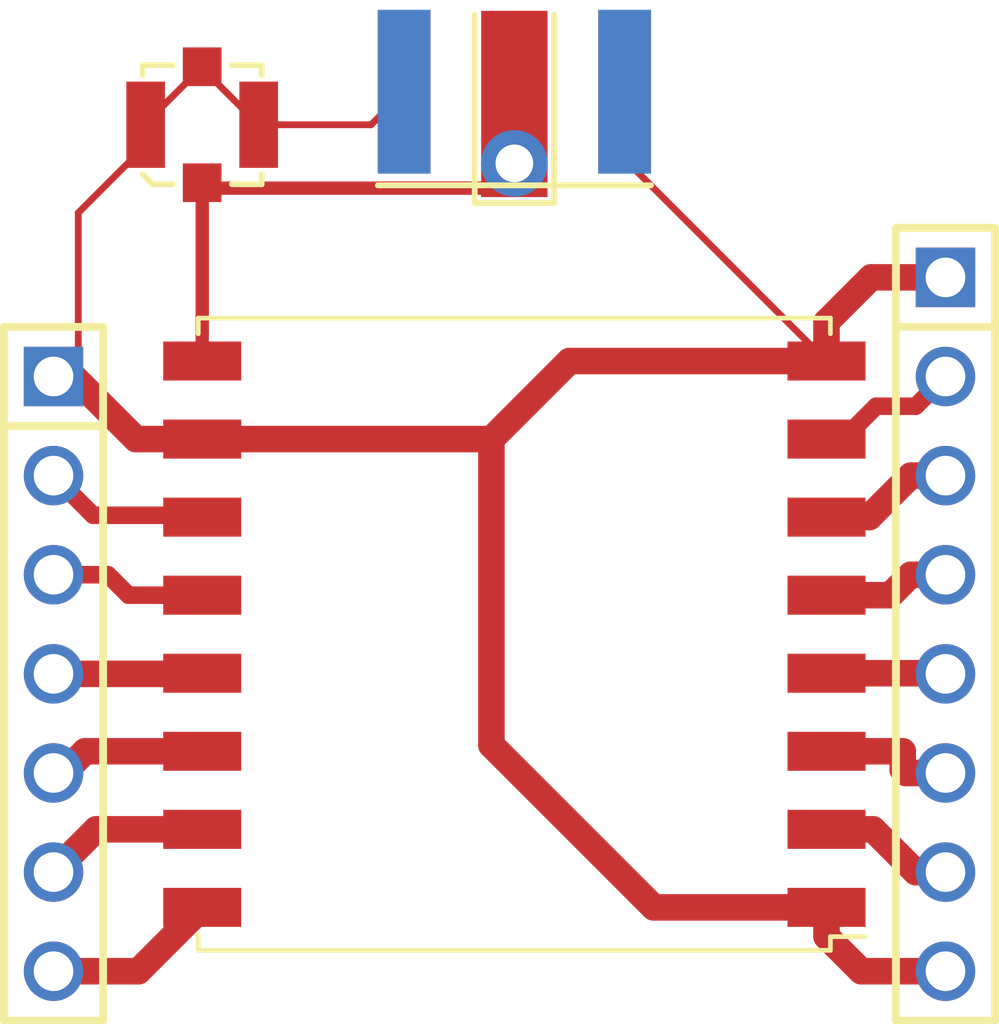
<source format=kicad_pcb>
(kicad_pcb (version 20171130) (host pcbnew "(5.1.9)-1")

  (general
    (thickness 1.6)
    (drawings 0)
    (tracks 63)
    (zones 0)
    (modules 6)
    (nets 15)
  )

  (page A4)
  (layers
    (0 F.Cu signal)
    (31 B.Cu signal)
    (32 B.Adhes user hide)
    (33 F.Adhes user hide)
    (34 B.Paste user hide)
    (35 F.Paste user hide)
    (36 B.SilkS user hide)
    (37 F.SilkS user hide)
    (38 B.Mask user hide)
    (39 F.Mask user hide)
    (40 Dwgs.User user)
    (41 Cmts.User user hide)
    (42 Eco1.User user hide)
    (43 Eco2.User user hide)
    (44 Edge.Cuts user)
    (45 Margin user hide)
    (46 B.CrtYd user hide)
    (47 F.CrtYd user)
    (48 B.Fab user hide)
    (49 F.Fab user hide)
  )

  (setup
    (last_trace_width 0.45)
    (user_trace_width 0.174244)
    (user_trace_width 0.45)
    (user_trace_width 0.68)
    (trace_clearance 0.2)
    (zone_clearance 0.508)
    (zone_45_only no)
    (trace_min 0.2)
    (via_size 0.8)
    (via_drill 0.4)
    (via_min_size 0.4)
    (via_min_drill 0.3)
    (uvia_size 0.3)
    (uvia_drill 0.1)
    (uvias_allowed no)
    (uvia_min_size 0.2)
    (uvia_min_drill 0.1)
    (edge_width 0.05)
    (segment_width 0.2)
    (pcb_text_width 0.3)
    (pcb_text_size 1.5 1.5)
    (mod_edge_width 0.12)
    (mod_text_size 1 1)
    (mod_text_width 0.15)
    (pad_size 2 1)
    (pad_drill 0)
    (pad_to_mask_clearance 0)
    (aux_axis_origin 0 0)
    (visible_elements 7FFFFFFF)
    (pcbplotparams
      (layerselection 0x010fc_ffffffff)
      (usegerberextensions false)
      (usegerberattributes true)
      (usegerberadvancedattributes true)
      (creategerberjobfile true)
      (excludeedgelayer true)
      (linewidth 0.100000)
      (plotframeref false)
      (viasonmask false)
      (mode 1)
      (useauxorigin false)
      (hpglpennumber 1)
      (hpglpenspeed 20)
      (hpglpendiameter 15.000000)
      (psnegative false)
      (psa4output false)
      (plotreference true)
      (plotvalue true)
      (plotinvisibletext false)
      (padsonsilk false)
      (subtractmaskfromsilk false)
      (outputformat 1)
      (mirror false)
      (drillshape 1)
      (scaleselection 1)
      (outputdirectory ""))
  )

  (net 0 "")
  (net 1 /DIO2)
  (net 2 /DIO1)
  (net 3 /3V3)
  (net 4 /DIO0)
  (net 5 "Net-(P1-Pad3)")
  (net 6 "Net-(P1-Pad2)")
  (net 7 /GND)
  (net 8 /MOSI)
  (net 9 /NSS)
  (net 10 /RST)
  (net 11 "Net-(P2-Pad2)")
  (net 12 /MISO)
  (net 13 /SCK)
  (net 14 "Net-(U1-Pad9)")

  (net_class Default "This is the default net class."
    (clearance 0.2)
    (trace_width 0.25)
    (via_dia 0.8)
    (via_drill 0.4)
    (uvia_dia 0.3)
    (uvia_drill 0.1)
    (add_net /3V3)
    (add_net /DIO0)
    (add_net /DIO1)
    (add_net /DIO2)
    (add_net /GND)
    (add_net /MISO)
    (add_net /MOSI)
    (add_net /NSS)
    (add_net /RST)
    (add_net /SCK)
    (add_net "Net-(P1-Pad2)")
    (add_net "Net-(P1-Pad3)")
    (add_net "Net-(P2-Pad2)")
    (add_net "Net-(U1-Pad9)")
  )

  (module Connector:U.FL-R-SMT (layer F.Cu) (tedit 60247CCA) (tstamp 602479C4)
    (at 124.333 93.2434)
    (path /561159A2)
    (attr smd)
    (fp_text reference J1 (at 1.524 2.5146) (layer F.SilkS) hide
      (effects (font (size 1.016 1.016) (thickness 0.2032)))
    )
    (fp_text value u.FL (at 0 3.81) (layer F.Fab) hide
      (effects (font (size 1.016 1.016) (thickness 0.2032)))
    )
    (fp_line (start 1.524 1.27) (end 1.524 1.524) (layer F.SilkS) (width 0.15))
    (fp_line (start -1.524 -1.524) (end -1.524 -1.27) (layer F.SilkS) (width 0.15))
    (fp_line (start 1.524 -1.524) (end 1.524 -1.27) (layer F.SilkS) (width 0.15))
    (fp_line (start -1.27 1.524) (end -0.762 1.524) (layer F.SilkS) (width 0.15))
    (fp_line (start -1.524 1.27) (end -1.27 1.524) (layer F.SilkS) (width 0.15))
    (fp_line (start -1.524 -1.524) (end -0.762 -1.524) (layer F.SilkS) (width 0.15))
    (fp_line (start 0.762 1.524) (end 1.524 1.524) (layer F.SilkS) (width 0.15))
    (fp_line (start 0.762 -1.524) (end 1.524 -1.524) (layer F.SilkS) (width 0.15))
    (pad 3 smd rect (at 0 -1.4859) (size 0.9906 0.9906) (layers F.Cu F.Paste F.Mask)
      (net 7 /GND))
    (pad 2 smd rect (at -1.4478 0) (size 0.9906 2.2098) (layers F.Cu F.Paste F.Mask)
      (net 7 /GND))
    (pad 4 smd rect (at 1.4478 0) (size 0.9906 2.2098) (layers F.Cu F.Paste F.Mask)
      (net 7 /GND))
    (pad 1 smd rect (at 0 1.4859) (size 0.9906 0.9906) (layers F.Cu F.Paste F.Mask))
    (model C:/Engineering/KiCAD_Libraries/3D/Connectors/RF/VRML/UFL-R-SMT.wrl_
      (at (xyz 0 0 0))
      (scale (xyz 1 1 1))
      (rotate (xyz 0 0 0))
    )
  )

  (module Passive:ANTENNA_HELICAL_RA (layer F.Cu) (tedit 5AC91881) (tstamp 6024E84E)
    (at 132.334 94.234)
    (path /56130BF5)
    (fp_text reference AE1 (at 0 1.778) (layer F.SilkS) hide
      (effects (font (size 1.016 1.016) (thickness 0.2032)))
    )
    (fp_text value Antenna_Helical_RA (at 0 1.778) (layer F.SilkS) hide
      (effects (font (size 1.016 1.016) (thickness 0.2032)))
    )
    (fp_line (start 1.016 1.016) (end 1.016 -3.81) (layer F.SilkS) (width 0.15))
    (fp_line (start -1.016 -3.81) (end -1.016 1.016) (layer F.SilkS) (width 0.15))
    (fp_line (start -1.016 1.016) (end 1.016 1.016) (layer F.SilkS) (width 0.15))
    (pad 1 smd rect (at 0 -1.524) (size 1.7018 4.7752) (layers F.Cu F.Mask))
    (pad 1 thru_hole circle (at 0 0) (size 1.7018 1.7018) (drill 0.9652) (layers *.Cu *.Mask))
    (model C:/Engineering/KiCAD_Libraries/3D/Discrete/Passive/Antenna/VRML/SW868-TH13.wrl_
      (at (xyz 0 0 0))
      (scale (xyz 1 1 1))
      (rotate (xyz 0 0 0))
    )
  )

  (module Connector:SMA_EDGE (layer F.Cu) (tedit 60247C92) (tstamp 60247C98)
    (at 132.334 90.297 270)
    (path /561309D6)
    (fp_text reference J2 (at 1.143 4.572) (layer F.SilkS) hide
      (effects (font (size 1.016 1.016) (thickness 0.2032)))
    )
    (fp_text value SMA (at 2.1 4.5 270) (layer F.Fab)
      (effects (font (size 1.016 1.016) (thickness 0.2032)))
    )
    (fp_line (start 0.2 -3.8) (end 1.2 -4.7) (layer F.Fab) (width 0.127))
    (fp_line (start 0.2 -3.8) (end 0.7 -4) (layer F.Fab) (width 0.127))
    (fp_line (start 0.2 -3.8) (end 0.4 -4.2) (layer F.Fab) (width 0.127))
    (fp_line (start 0 -3.5) (end 0 3.5) (layer F.Fab) (width 0.127))
    (fp_line (start 4.5 -3.5) (end 4.5 3.5) (layer F.SilkS) (width 0.15))
    (fp_text user "PCB Edge" (at 3.1 -5 270) (layer F.Fab) hide
      (effects (font (size 0.5 0.5) (thickness 0.1)))
    )
    (pad 1 connect rect (at 1.9 0 270) (size 3.6 1.27) (layers F.Cu F.Mask))
    (pad 3 connect rect (at 2.1 2.825 270) (size 4.199999 1.35) (layers F.Cu F.Mask)
      (net 7 /GND))
    (pad 2 connect rect (at 2.1 -2.825 270) (size 4.199999 1.35) (layers F.Cu F.Mask)
      (net 7 /GND))
    (pad "" connect rect (at 2.1 -2.825 270) (size 4.2 1.35) (layers B.Cu B.Mask))
    (pad "" connect rect (at 2.1 2.825 270) (size 4.2 1.35) (layers B.Cu B.Mask))
    (model C:/Engineering/KiCAD_Libraries/3D/Connectors/RF/VRML/SMA_EDGE.wrl
      (at (xyz 0 0 0))
      (scale (xyz 1 1 1))
      (rotate (xyz 0 0 0))
    )
  )

  (module Header:HEADER_M_2.54MM_1R7P_ST_AU_PTH (layer F.Cu) (tedit 5483E3A0) (tstamp 6024E41D)
    (at 120.523 107.315 270)
    (tags Header)
    (path /60249194)
    (fp_text reference P1 (at 0 2.54 90) (layer F.SilkS) hide
      (effects (font (size 1.016 1.016) (thickness 0.127)))
    )
    (fp_text value H1 (at 0 -2.54 90) (layer F.SilkS) hide
      (effects (font (size 1.016 1.016) (thickness 0.127)))
    )
    (fp_line (start 3.81 1.27) (end 8.89 1.27) (layer F.SilkS) (width 0.2032))
    (fp_line (start 3.81 -1.27) (end 8.89 -1.27) (layer F.SilkS) (width 0.2032))
    (fp_line (start -1.27 1.27) (end 3.81 1.27) (layer F.SilkS) (width 0.2032))
    (fp_line (start -1.27 -1.27) (end 3.81 -1.27) (layer F.SilkS) (width 0.2032))
    (fp_line (start -6.35 -1.27) (end -6.35 1.27) (layer F.SilkS) (width 0.2032))
    (fp_line (start -8.89 -1.27) (end -8.89 1.27) (layer F.SilkS) (width 0.2032))
    (fp_line (start -8.89 1.27) (end -1.27 1.27) (layer F.SilkS) (width 0.2032))
    (fp_line (start 8.89 1.27) (end 8.89 -1.27) (layer F.SilkS) (width 0.2032))
    (fp_line (start -1.27 -1.27) (end -8.89 -1.27) (layer F.SilkS) (width 0.2032))
    (pad 7 thru_hole circle (at 7.62 0 270) (size 1.524 1.524) (drill 1.016) (layers *.Cu *.Mask)
      (net 1 /DIO2))
    (pad 6 thru_hole circle (at 5.08 0 270) (size 1.524 1.524) (drill 1.016) (layers *.Cu *.Mask)
      (net 2 /DIO1))
    (pad 4 thru_hole circle (at 0 0 270) (size 1.524 1.524) (drill 1.016) (layers *.Cu *.Mask)
      (net 3 /3V3))
    (pad 5 thru_hole circle (at 2.54 0 270) (size 1.524 1.524) (drill 1.016) (layers *.Cu *.Mask)
      (net 4 /DIO0))
    (pad 3 thru_hole circle (at -2.54 0 270) (size 1.524 1.524) (drill 1.016) (layers *.Cu *.Mask)
      (net 5 "Net-(P1-Pad3)"))
    (pad 2 thru_hole circle (at -5.08 0 270) (size 1.524 1.524) (drill 1.016) (layers *.Cu *.Mask)
      (net 6 "Net-(P1-Pad2)"))
    (pad 1 thru_hole rect (at -7.62 0 270) (size 1.524 1.524) (drill 1.016) (layers *.Cu *.Mask)
      (net 7 /GND))
    (model C:/Engineering/KiCAD_Libraries/3D/Headers/VRML/HEADER_M_2.54MM_1R7P_ST_AU_PTH.wrl
      (at (xyz 0 0 0))
      (scale (xyz 1 1 1))
      (rotate (xyz 0 0 0))
    )
  )

  (module Header:HEADER_M_2.54MM_1R8P_ST_AU_PTH (layer F.Cu) (tedit 5483E539) (tstamp 6024E35E)
    (at 143.383 106.045 270)
    (tags Header)
    (path /6024B676)
    (fp_text reference P2 (at 0 2.286 90) (layer F.SilkS) hide
      (effects (font (size 1.016 1.016) (thickness 0.127)))
    )
    (fp_text value H2 (at 0 -2.159 90) (layer F.SilkS) hide
      (effects (font (size 1.016 1.016) (thickness 0.127)))
    )
    (fp_line (start 5.08 1.27) (end 10.16 1.27) (layer F.SilkS) (width 0.2032))
    (fp_line (start 5.08 -1.27) (end 10.16 -1.27) (layer F.SilkS) (width 0.2032))
    (fp_line (start 0 1.27) (end 5.08 1.27) (layer F.SilkS) (width 0.2032))
    (fp_line (start 0 -1.27) (end 5.08 -1.27) (layer F.SilkS) (width 0.2032))
    (fp_line (start -2.54 -1.27) (end 0 -1.27) (layer F.SilkS) (width 0.2032))
    (fp_line (start -2.54 1.27) (end 0 1.27) (layer F.SilkS) (width 0.2032))
    (fp_line (start -5.08 1.27) (end -2.54 1.27) (layer F.SilkS) (width 0.2032))
    (fp_line (start -5.08 -1.27) (end -2.54 -1.27) (layer F.SilkS) (width 0.2032))
    (fp_line (start 10.16 -1.27) (end 10.16 1.27) (layer F.SilkS) (width 0.2032))
    (fp_line (start -7.62 -1.27) (end -5.08 -1.27) (layer F.SilkS) (width 0.2032))
    (fp_line (start -7.62 1.27) (end -5.08 1.27) (layer F.SilkS) (width 0.2032))
    (fp_line (start -10.16 1.27) (end -7.62 1.27) (layer F.SilkS) (width 0.2032))
    (fp_line (start -10.16 -1.27) (end -7.62 -1.27) (layer F.SilkS) (width 0.2032))
    (fp_line (start -10.16 1.27) (end -10.16 -1.27) (layer F.SilkS) (width 0.2032))
    (fp_line (start -7.62 -1.27) (end -7.62 1.27) (layer F.SilkS) (width 0.2032))
    (pad 6 thru_hole circle (at 3.81 0 270) (size 1.524 1.524) (drill 1.016) (layers *.Cu *.Mask)
      (net 8 /MOSI))
    (pad 4 thru_hole circle (at -1.27 0 270) (size 1.524 1.524) (drill 1.016) (layers *.Cu *.Mask)
      (net 9 /NSS))
    (pad 3 thru_hole circle (at -3.81 0 270) (size 1.524 1.524) (drill 1.016) (layers *.Cu *.Mask)
      (net 10 /RST))
    (pad 2 thru_hole circle (at -6.35 0 270) (size 1.524 1.524) (drill 1.016) (layers *.Cu *.Mask)
      (net 11 "Net-(P2-Pad2)"))
    (pad 1 thru_hole rect (at -8.89 0 270) (size 1.524 1.524) (drill 1.016) (layers *.Cu *.Mask)
      (net 7 /GND))
    (pad 7 thru_hole circle (at 6.35 0 270) (size 1.524 1.524) (drill 1.016) (layers *.Cu *.Mask)
      (net 12 /MISO))
    (pad 8 thru_hole circle (at 8.89 0 270) (size 1.524 1.524) (drill 1.016) (layers *.Cu *.Mask)
      (net 7 /GND))
    (pad 5 thru_hole circle (at 1.27 0 270) (size 1.524 1.524) (drill 1.016) (layers *.Cu *.Mask)
      (net 13 /SCK))
    (model C:/Engineering/KiCAD_Libraries/3D/Headers/VRML/HEADER_M_2.54MM_1R8P_ST_AU_PTH.wrl
      (at (xyz 0 0 0))
      (scale (xyz 1 1 1))
      (rotate (xyz 0 0 0))
    )
  )

  (module RF_Module:HOPERF_RFM9XW_SMD (layer F.Cu) (tedit 60247DD1) (tstamp 6024DFB8)
    (at 132.334 106.299 180)
    (descr "Low Power Long Range Transceiver Module SMD-16 (https://www.hoperf.com/data/upload/portal/20181127/5bfcbea20e9ef.pdf)")
    (tags "LoRa Low Power Long Range Transceiver Module")
    (path /60254BE6)
    (attr smd)
    (fp_text reference U1 (at 0 -9.2) (layer F.SilkS) hide
      (effects (font (size 1 1) (thickness 0.15)))
    )
    (fp_text value RFM95 (at 0 9.5) (layer F.Fab) hide
      (effects (font (size 1 1) (thickness 0.15)))
    )
    (fp_line (start -7 -8) (end 8 -8) (layer F.Fab) (width 0.1))
    (fp_line (start 8 8) (end 8 -8) (layer F.Fab) (width 0.1))
    (fp_line (start -8 8) (end 8 8) (layer F.Fab) (width 0.1))
    (fp_line (start -8 8) (end -8 -7) (layer F.Fab) (width 0.1))
    (fp_line (start -9.25 -8.25) (end 9.25 -8.25) (layer F.CrtYd) (width 0.05))
    (fp_line (start 9.25 -8.25) (end 9.25 8.25) (layer F.CrtYd) (width 0.05))
    (fp_line (start -9.25 8.25) (end 9.25 8.25) (layer F.CrtYd) (width 0.05))
    (fp_line (start -9.25 8.25) (end -9.25 -8.25) (layer F.CrtYd) (width 0.05))
    (fp_line (start -8.1 -8.1) (end 8.1 -8.1) (layer F.SilkS) (width 0.12))
    (fp_line (start 8.1 -8.1) (end 8.1 -7.7) (layer F.SilkS) (width 0.12))
    (fp_line (start -8.1 7.7) (end -8.1 8.1) (layer F.SilkS) (width 0.12))
    (fp_line (start -8.1 8.1) (end 8.1 8.1) (layer F.SilkS) (width 0.12))
    (fp_line (start 8.1 8.1) (end 8.1 7.7) (layer F.SilkS) (width 0.12))
    (fp_line (start -8.1 -8.1) (end -8.1 -7.75) (layer F.SilkS) (width 0.12))
    (fp_line (start -8.1 -7.75) (end -9 -7.75) (layer F.SilkS) (width 0.12))
    (fp_line (start -7 -8) (end -8 -7) (layer F.Fab) (width 0.1))
    (fp_text user %R (at 0 0) (layer F.Fab) hide
      (effects (font (size 1 1) (thickness 0.15)))
    )
    (pad 1 smd rect (at -8 -7 180) (size 2 1) (layers F.Cu F.Paste F.Mask)
      (net 7 /GND))
    (pad 2 smd rect (at -8 -5 180) (size 2 1) (layers F.Cu F.Paste F.Mask)
      (net 12 /MISO))
    (pad 3 smd rect (at -8 -3 180) (size 2 1) (layers F.Cu F.Paste F.Mask)
      (net 8 /MOSI))
    (pad 4 smd rect (at -8 -1 180) (size 2 1) (layers F.Cu F.Paste F.Mask)
      (net 13 /SCK))
    (pad 5 smd rect (at -8 1 180) (size 2 1) (layers F.Cu F.Paste F.Mask)
      (net 9 /NSS))
    (pad 6 smd rect (at -8 3 180) (size 2 1) (layers F.Cu F.Paste F.Mask)
      (net 10 /RST))
    (pad 7 smd rect (at -8 5 180) (size 2 1) (layers F.Cu F.Paste F.Mask)
      (net 11 "Net-(P2-Pad2)"))
    (pad 8 smd rect (at -8 7 180) (size 2 1) (layers F.Cu F.Paste F.Mask)
      (net 7 /GND))
    (pad 9 smd rect (at 8 7 180) (size 2 1) (layers F.Cu F.Paste F.Mask)
      (net 14 "Net-(U1-Pad9)"))
    (pad 10 smd rect (at 8 5 180) (size 2 1) (layers F.Cu F.Paste F.Mask)
      (net 7 /GND))
    (pad 11 smd rect (at 8 3 180) (size 2 1) (layers F.Cu F.Paste F.Mask)
      (net 6 "Net-(P1-Pad2)"))
    (pad 12 smd rect (at 8 1 180) (size 2 1) (layers F.Cu F.Paste F.Mask)
      (net 5 "Net-(P1-Pad3)"))
    (pad 13 smd rect (at 8 -1 180) (size 2 1) (layers F.Cu F.Paste F.Mask)
      (net 3 /3V3))
    (pad 14 smd rect (at 8 -3 180) (size 2 1) (layers F.Cu F.Paste F.Mask)
      (net 4 /DIO0))
    (pad 15 smd rect (at 8 -5 180) (size 2 1) (layers F.Cu F.Paste F.Mask)
      (net 2 /DIO1))
    (pad 16 smd rect (at 8 -7 180) (size 2 1) (layers F.Cu F.Paste F.Mask)
      (net 1 /DIO2))
    (model ${KISYS3DMOD}/RF_Module.3dshapes/HOPERF_RFM9XW_SMD.wrl
      (at (xyz 0 0 0))
      (scale (xyz 1 1 1))
      (rotate (xyz 0 0 0))
    )
  )

  (segment (start 131.699 94.869) (end 124.5997 94.869) (width 0.3429) (layer F.Cu) (net 0) (tstamp 60247A22))
  (segment (start 132.334 94.234) (end 131.699 94.869) (width 0.3429) (layer F.Cu) (net 0) (tstamp 60247C2E))
  (segment (start 132.334 94.234) (end 132.334 92.71) (width 0.3429) (layer F.Cu) (net 0) (tstamp 60247C4D))
  (segment (start 122.698 114.935) (end 124.334 113.299) (width 0.68) (layer F.Cu) (net 1))
  (segment (start 120.523 114.935) (end 122.698 114.935) (width 0.68) (layer F.Cu) (net 1))
  (segment (start 121.619 111.299) (end 124.334 111.299) (width 0.68) (layer F.Cu) (net 2))
  (segment (start 120.523 112.395) (end 121.619 111.299) (width 0.68) (layer F.Cu) (net 2))
  (segment (start 124.318 107.315) (end 124.334 107.299) (width 0.68) (layer F.Cu) (net 3))
  (segment (start 120.523 107.315) (end 124.318 107.315) (width 0.68) (layer F.Cu) (net 3))
  (segment (start 120.523 109.855) (end 120.777 109.855) (width 0.68) (layer F.Cu) (net 4))
  (segment (start 121.333 109.299) (end 124.334 109.299) (width 0.68) (layer F.Cu) (net 4))
  (segment (start 120.777 109.855) (end 121.333 109.299) (width 0.68) (layer F.Cu) (net 4))
  (segment (start 120.523 104.775) (end 121.92 104.775) (width 0.45) (layer F.Cu) (net 5))
  (segment (start 122.444 105.299) (end 124.334 105.299) (width 0.45) (layer F.Cu) (net 5))
  (segment (start 121.92 104.775) (end 122.444 105.299) (width 0.45) (layer F.Cu) (net 5))
  (segment (start 120.523 102.235) (end 121.539 103.251) (width 0.45) (layer F.Cu) (net 6))
  (segment (start 124.286 103.251) (end 124.334 103.299) (width 0.45) (layer F.Cu) (net 6))
  (segment (start 121.539 103.251) (end 124.286 103.251) (width 0.45) (layer F.Cu) (net 6))
  (segment (start 122.8852 93.2053) (end 124.333 91.7575) (width 0.174244) (layer F.Cu) (net 7))
  (segment (start 122.8852 93.2434) (end 122.8852 93.2053) (width 0.174244) (layer F.Cu) (net 7))
  (segment (start 124.333 91.7956) (end 125.7808 93.2434) (width 0.174244) (layer F.Cu) (net 7))
  (segment (start 124.334 101.299) (end 131.746 101.299) (width 0.68) (layer F.Cu) (net 7))
  (segment (start 133.746 99.299) (end 140.334 99.299) (width 0.68) (layer F.Cu) (net 7))
  (segment (start 131.746 101.299) (end 133.746 99.299) (width 0.68) (layer F.Cu) (net 7))
  (segment (start 140.334 113.299) (end 135.905 113.299) (width 0.68) (layer F.Cu) (net 7))
  (segment (start 131.746 109.14) (end 131.746 101.299) (width 0.68) (layer F.Cu) (net 7))
  (segment (start 135.905 113.299) (end 131.746 109.14) (width 0.68) (layer F.Cu) (net 7))
  (segment (start 140.334 99.299) (end 140.334 98.299) (width 0.68) (layer F.Cu) (net 7))
  (segment (start 141.478 97.155) (end 143.383 97.155) (width 0.68) (layer F.Cu) (net 7))
  (segment (start 140.334 98.299) (end 141.478 97.155) (width 0.68) (layer F.Cu) (net 7))
  (segment (start 140.334 113.299) (end 140.334 114.045) (width 0.68) (layer F.Cu) (net 7))
  (segment (start 141.224 114.935) (end 143.383 114.935) (width 0.68) (layer F.Cu) (net 7))
  (segment (start 140.334 114.045) (end 141.224 114.935) (width 0.68) (layer F.Cu) (net 7))
  (segment (start 120.523 99.695) (end 121.031 99.695) (width 0.68) (layer F.Cu) (net 7))
  (segment (start 122.635 101.299) (end 124.334 101.299) (width 0.68) (layer F.Cu) (net 7))
  (segment (start 121.031 99.695) (end 122.635 101.299) (width 0.68) (layer F.Cu) (net 7))
  (segment (start 120.523 99.695) (end 121.158 99.695) (width 0.174244) (layer F.Cu) (net 7))
  (segment (start 121.158 95.499875) (end 123.149838 93.508037) (width 0.174244) (layer F.Cu) (net 7))
  (segment (start 121.158 99.695) (end 121.158 95.499875) (width 0.174244) (layer F.Cu) (net 7))
  (segment (start 135.159 94.124) (end 140.334 99.299) (width 0.174244) (layer F.Cu) (net 7))
  (segment (start 135.159 92.397) (end 135.159 94.124) (width 0.174244) (layer F.Cu) (net 7))
  (segment (start 128.6626 93.2434) (end 129.509 92.397) (width 0.174244) (layer F.Cu) (net 7))
  (segment (start 125.7808 93.2434) (end 128.6626 93.2434) (width 0.174244) (layer F.Cu) (net 7))
  (segment (start 142.367 109.855) (end 143.383 109.855) (width 0.68) (layer F.Cu) (net 8))
  (segment (start 142.288 109.776) (end 142.367 109.855) (width 0.68) (layer F.Cu) (net 8))
  (segment (start 142.288 109.299) (end 142.288 109.776) (width 0.68) (layer F.Cu) (net 8))
  (segment (start 140.334 109.299) (end 142.288 109.299) (width 0.68) (layer F.Cu) (net 8))
  (segment (start 140.334 105.299) (end 141.97 105.299) (width 0.68) (layer F.Cu) (net 9))
  (segment (start 142.494 104.775) (end 143.383 104.775) (width 0.68) (layer F.Cu) (net 9))
  (segment (start 141.97 105.299) (end 142.494 104.775) (width 0.68) (layer F.Cu) (net 9))
  (segment (start 140.334 103.299) (end 141.43 103.299) (width 0.68) (layer F.Cu) (net 10))
  (segment (start 142.494 102.235) (end 143.383 102.235) (width 0.68) (layer F.Cu) (net 10))
  (segment (start 141.43 103.299) (end 142.494 102.235) (width 0.68) (layer F.Cu) (net 10))
  (segment (start 140.334 101.299) (end 140.763 101.299) (width 0.45) (layer F.Cu) (net 11))
  (segment (start 140.763 101.299) (end 141.605 100.457) (width 0.45) (layer F.Cu) (net 11))
  (segment (start 142.621001 100.456999) (end 143.383 99.695) (width 0.45) (layer F.Cu) (net 11))
  (segment (start 141.605 100.457) (end 142.621001 100.456999) (width 0.45) (layer F.Cu) (net 11))
  (segment (start 140.334 111.299) (end 141.525 111.299) (width 0.68) (layer F.Cu) (net 12))
  (segment (start 142.621 112.395) (end 143.383 112.395) (width 0.68) (layer F.Cu) (net 12))
  (segment (start 141.525 111.299) (end 142.621 112.395) (width 0.68) (layer F.Cu) (net 12))
  (segment (start 143.367 107.299) (end 143.383 107.315) (width 0.68) (layer F.Cu) (net 13))
  (segment (start 140.334 107.299) (end 143.367 107.299) (width 0.68) (layer F.Cu) (net 13))
  (segment (start 124.334 94.7303) (end 124.334 99.299) (width 0.3429) (layer F.Cu) (net 14) (tstamp 60247949))

)

</source>
